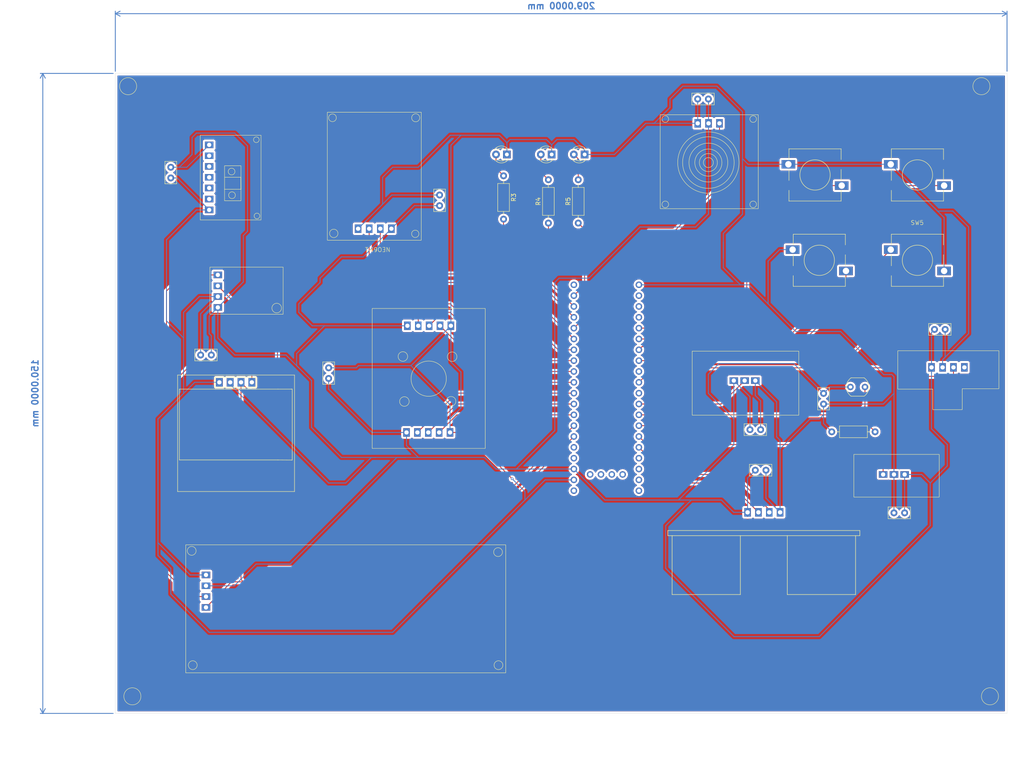
<source format=kicad_pcb>
(kicad_pcb (version 20240108) (generator "pcbnew") (generator_version "8.0")
  (layers (0 "F.Cu" signal) (31 "B.Cu" signal) (34 "B.Paste" user) (35 "F.Paste" user) (36 "B.SilkS" user "B.Silkscreen") (37 "F.SilkS" user "F.Silkscreen") (38 "B.Mask" user) (39 "F.Mask" user) (44 "Edge.Cuts" user))
  (net 0 "")
  (net 1 "Net-(BMP1-vcc)")
  (net 2 "Net-(BMP1-gnd)")
  (net 3 "Net-(BMP1-SCL)")
  (net 4 "Net-(BMP1-SDA)")
  (net 5 "Net-(D1-A)")
  (net 6 "Net-(D2-A)")
  (net 7 "Net-(R3-Pad2)")
  (net 8 "Net-(DHT1-Data)")
  (net 9 "Net-(MQ1-d0)")
  (net 10 "Net-(NEO6M1-RX)")
  (net 11 "Net-(NEO6M1-TX)")
  (net 12 "Net-(R1-Pad1)")
  (net 13 "Net-(SW1-d0)")
  (net 14 "Net-(SW2-Pad2)")
  (net 15 "Net-(SW3-Pad2)")
  (net 16 "Net-(SW4-Pad2)")
  (net 17 "Net-(TCS1-LED)")
  (net 18 "Net-(TCS1-S2)")
  (net 19 "Net-(TCS1-S3)")
  (net 20 "Net-(TCS1-S0)")
  (net 21 "Net-(TCS1-OUT)")
  (net 22 "Net-(TCS1-S1)")
  (net 23 "Net-(TTP1-Data)")
  (net 28 "Net-(R4-Pad1)")
  (net 31 "Net-(Ultrasonic1-echo)")
  (net 37 "Net-(Ultrasonic1-trig)")
  (net 38 "Net-(R5-Pad1)")
  (net 39 "Net-(SW5-Pad1)")
  (net 40 "Net-(D3-A)")
  (footprint "Resistor_THT:R_Axial_DIN0207_L6.3mm_D2.5mm_P10.16mm_Horizontal" (layer "F.Cu") (at 163.5 65.08 90)
    (property "Reference" "R4")
    (property "Value" "230")
  )
  (footprint "Capacitor_THT:C_Disc_D5.0mm_W2.5mm_P2.50mm" (layer "F.Cu") (at 228 105 -90)
    (property "Reference" "C3" (hide yes))
    (property "Value" "0.1u" (hide yes))
  )
  (footprint "Sensor_footprints:TCS3200" (layer "F.Cu") (at 135.5 101.5 180)
    (property "Reference" "TCS1" (hide yes))
    (property "Value" "~" (hide yes))
  )
  (footprint "Resistor_THT:R_Axial_DIN0207_L6.3mm_D2.5mm_P10.16mm_Horizontal" (layer "F.Cu") (at 170.5 65.08 90)
    (property "Reference" "R5")
    (property "Value" "230")
  )
  (footprint "Sensor_footprints:TTP223" (layer "F.Cu") (at 201 51)
    (property "Reference" "TTP1" (hide yes))
    (property "Value" "~" (hide yes))
  )
  (footprint "Capacitor_THT:C_Disc_D5.0mm_W2.5mm_P2.50mm" (layer "F.Cu") (at 84.5 96 180)
    (property "Reference" "C12" (hide yes))
    (property "Value" "0.1u" (hide yes))
  )
  (footprint "Capacitor_THT:C_Disc_D5.0mm_W2.5mm_P2.50mm" (layer "F.Cu") (at 212 123)
    (property "Reference" "C2" (hide yes))
    (property "Value" "0.1u" (hide yes))
  )
  (footprint "Capacitor_THT:C_Disc_D5.0mm_W2.5mm_P2.50mm" (layer "F.Cu") (at 112 101.5 90)
    (property "Reference" "C8" (hide yes))
    (property "Value" "0.1u" (hide yes))
  )
  (footprint "Sensor_footprints:Neo-6M" (layer "F.Cu") (at 124 52 180)
    (property "Reference" "NEO6M1")
    (property "Value" "~" (hide yes))
  )
  (footprint "Sensor_footprints:SW420" (layer "F.Cu") (at 244.5 124)
    (property "Reference" "SW1" (hide yes))
    (property "Value" "~" (hide yes))
  )
  (footprint "Capacitor_THT:C_Disc_D5.0mm_W2.5mm_P2.50mm" (layer "F.Cu") (at 247 133 180)
    (property "Reference" "C1" (hide yes))
    (property "Value" "0.1u" (hide yes))
  )
  (footprint "Resistor_THT:R_Axial_DIN0207_L6.3mm_D2.5mm_P10.16mm_Horizontal" (layer "F.Cu") (at 240.08 114 180)
    (property "Reference" "R1" (hide yes))
    (property "Value" "230" (hide yes))
  )
  (footprint "OptoDevice:R_LDR_5.1x4.3mm_P3.4mm_Vertical" (layer "F.Cu") (at 234.3 103.5)
    (property "Reference" "R2" (hide yes))
    (property "Value" "LDR07" (hide yes))
  )
  (footprint "Sensor_footprints:DHT11" (layer "F.Cu") (at 209.5 102)
    (property "Reference" "DHT1" (hide yes))
    (property "Value" "~" (hide yes))
  )
  (footprint "LED_THT:LED_D3.0mm" (layer "F.Cu") (at 164.27 49 180)
    (property "Reference" "D2" (hide yes))
    (property "Value" "LED" (hide yes))
  )
  (footprint "Sensor_footprints:Switch" (layer "F.Cu") (at 250 54)
    (property "Reference" "SW3" (hide yes))
    (property "Value" "SW_Push" (hide yes))
  )
  (footprint "Sensor_footprints:Switch" (layer "F.Cu") (at 250 74)
    (property "Reference" "SW5")
    (property "Value" "SW_Push")
  )
  (footprint "Sensor_footprints:HC-SR04" (layer "F.Cu") (at 214 132.875)
    (property "Reference" "Ultrasonic1" (hide yes))
    (property "Value" "~" (hide yes))
  )
  (footprint "Sensor_footprints:LCD_I2C" (layer "F.Cu") (at 149.1 171.3)
    (property "Reference" "LCD1" (hide yes))
    (property "Value" "~" (hide yes))
  )
  (footprint "Sensor_footprints:Switch" (layer "F.Cu") (at 226 54)
    (property "Reference" "SW2" (hide yes))
    (property "Value" "SW_Push" (hide yes))
  )
  (footprint "Sensor_footprints:Switch" (layer "F.Cu") (at 227 74)
    (property "Reference" "SW4" (hide yes))
    (property "Value" "SW_Push" (hide yes))
  )
  (footprint "Capacitor_THT:C_Disc_D5.0mm_W2.5mm_P2.50mm" (layer "F.Cu") (at 210.75 113.5)
    (property "Reference" "C4" (hide yes))
    (property "Value" "0.1u" (hide yes))
  )
  (footprint "LED_THT:LED_D3.0mm" (layer "F.Cu") (at 153.77 49 180)
    (property "Reference" "D1" (hide yes))
    (property "Value" "LED" (hide yes))
  )
  (footprint "Capacitor_THT:C_Disc_D5.0mm_W2.5mm_P2.50mm" (layer "F.Cu") (at 254 90)
    (property "Reference" "C5" (hide yes))
    (property "Value" "0.1u" (hide yes))
  )
  (footprint "Capacitor_THT:C_Disc_D5.0mm_W2.5mm_P2.50mm" (layer "F.Cu") (at 138 61 90)
    (property "Reference" "C6" (hide yes))
    (property "Value" "0.1u" (hide yes))
  )
  (footprint "LED_THT:LED_D3.0mm" (layer "F.Cu") (at 172 49 180)
    (property "Reference" "D3" (hide yes))
    (property "Value" "LED" (hide yes))
  )
  (footprint "Sensor_footprints:MAX30100" (layer "F.Cu") (at 89 55 90)
    (property "Reference" "MAX1" (hide yes))
    (property "Value" "~" (hide yes))
  )
  (footprint "Capacitor_THT:C_Disc_D5.0mm_W2.5mm_P2.50mm" (layer "F.Cu") (at 201 36 180)
    (property "Reference" "C7" (hide yes))
    (property "Value" "0.1u" (hide yes))
  )
  (footprint "Resistor_THT:R_Axial_DIN0207_L6.3mm_D2.5mm_P10.16mm_Horizontal" (layer "F.Cu") (at 153 54 -90)
    (property "Reference" "R3")
    (property "Value" "230")
  )
  (footprint "Capacitor_THT:C_Disc_D5.0mm_W2.5mm_P2.50mm" (layer "F.Cu") (at 75 52 -90)
    (property "Reference" "C11" (hide yes))
    (property "Value" "0.1u" (hide yes))
  )
  (footprint "Sensor_footprints:MQ2" (layer "F.Cu") (at 257.3 99.2)
    (property "Reference" "MQ1" (hide yes))
    (property "Value" "~" (hide yes))
  )
  (footprint "Sensor_footprints:BMP180" (layer "F.Cu") (at 93 81 90)
    (property "Reference" "BMP1" (hide yes))
    (property "Value" "~" (hide yes))
  )
  (footprint "Sensor_footprints:128x64OLED" (layer "F.Cu") (at 90 113)
    (property "Reference" "OLED1" (hide yes))
    (property "Value" "~" (hide yes))
  )
  (footprint "BLuepill_footp:blue_pill" (layer "F.Cu") (at 179 100.5)
    (property "Reference" "U1" (hide yes))
    (property "Value" "BP" (hide yes))
  )
  (gr_circle (center 65 33) (end 67 33) (stroke (width 0.1)) (fill none) (layer "F.SilkS"))
  (gr_circle (center 66 176) (end 68 176) (stroke (width 0.1)) (fill none) (layer "F.SilkS"))
  (gr_circle (center 267 176) (end 269 176) (stroke (width 0.1)) (fill none) (layer "F.SilkS"))
  (gr_circle (center 265 33) (end 267 33) (stroke (width 0.1)) (fill none) (layer "F.SilkS"))
  (gr_rect (start 62 30) (end 271 180) (stroke (width 0.05)) (fill none) (layer "Edge.Cuts"))
  (dimension (type aligned) (layer "B.Cu") (pts (xy 62 180) (xy 62 30)) (height -17) (gr_text "150.0000 mm" (at 43.2 105 90) (layer "B.Cu") (effects (font (size 1.5 1.5) (thickness 0.3)) (justify mirror))) (format (prefix "") (suffix "") (units 3) (units_format 1) (precision 4)) (style (thickness 0.2) (arrow_length 1.27) (text_position_mode 0) (extension_height 0.58642) (extension_offset 0.5) keep_text_aligned))
  (dimension (type aligned) (layer "B.Cu") (pts (xy 62 30) (xy 271 30)) (height -14) (gr_text "209.0000 mm" (at 166.5 14.2 0) (layer "B.Cu") (effects (font (size 1.5 1.5) (thickness 0.3)) (justify mirror))) (format (prefix "") (suffix "") (units 3) (units_format 1) (precision 4)) (style (thickness 0.2) (arrow_length 1.27) (text_position_mode 0) (extension_height 0.58642) (extension_offset 0.5) keep_text_aligned))
  (segment (start 229.5 103.5) (end 228 105) (width 0.2) (layer "B.Cu") (net 1))
  (segment (start 185 66) (end 198 66) (width 0.2) (layer "B.Cu") (net 1))
  (segment (start 148.5 120) (end 133 120) (width 0.2) (layer "B.Cu") (net 1))
  (segment (start 165 79) (end 166 78) (width 0.2) (layer "B.Cu") (net 1))
  (segment (start 210.19 132.875) (end 210.19 124.81) (width 0.2) (layer "B.Cu") (net 1))
  (segment (start 257 117) (end 257 122) (width 0.2) (layer "B.Cu") (net 1))
  (segment (start 228 105) (end 221 98) (width 0.2) (layer "B.Cu") (net 1))
  (segment (start 108.15 89.15) (end 105 86) (width 0.2) (layer "B.Cu") (net 1))
  (segment (start 253 126) (end 253 136) (width 0.2) (layer "B.Cu") (net 1))
  (segment (start 112 126) (end 116 126) (width 0.2) (layer "B.Cu") (net 1))
  (segment (start 191 136) (end 197 130) (width 0.2) (layer "B.Cu") (net 1))
  (segment (start 221 98) (end 203.5 98) (width 0.2) (layer "B.Cu") (net 1))
  (segment (start 251 124) (end 253 126) (width 0.2) (layer "B.Cu") (net 1))
  (segment (start 105 99) (end 104.5 98.5) (width 0.2) (layer "B.Cu") (net 1))
  (segment (start 210.75 113.5) (end 210.75 105.79) (width 0.2) (layer "B.Cu") (net 1))
  (segment (start 253.3 98.9) (end 253.3 113.3) (width 0.2) (layer "B.Cu") (net 1))
  (segment (start 93 47) (end 93 67) (width 0.2) (layer "B.Cu") (net 1))
  (segment (start 122.15 114.15) (end 130.25 114.15) (width 0.2) (layer "B.Cu") (net 1))
  (segment (start 234.3 103.5) (end 229.5 103.5) (width 0.2) (layer "B.Cu") (net 1))
  (segment (start 130.45 89.15) (end 111 89.15) (width 0.2) (layer "B.Cu") (net 1))
  (segment (start 80 45) (end 81 44) (width 0.2) (layer "B.Cu") (net 1))
  (segment (start 191 146) (end 191 136) (width 0.2) (layer "B.Cu") (net 1))
  (segment (start 207 162) (end 191 146) (width 0.2) (layer "B.Cu") (net 1))
  (segment (start 92 78.875) (end 86.025 84.85) (width 0.2) (layer "B.Cu") (net 1))
  (segment (start 169.475 122.725) (end 176.75 130) (width 0.2) (layer "B.Cu") (net 1))
  (segment (start 128 120) (end 103 145) (width 0.2) (layer "B.Cu") (net 1))
  (segment (start 133 120) (end 131.5 118.5) (width 0.2) (layer "B.Cu") (net 1))
  (segment (start 206.96 111) (end 206.96 117.04) (width 0.2) (layer "B.Cu") (net 1))
  (segment (start 104.5 98.5) (end 104.5 95.65) (width 0.2) (layer "B.Cu") (net 1))
  (segment (start 126.7 66.4) (end 120.1 73) (width 0.2) (layer "B.Cu") (net 1))
  (segment (start 77 52) (end 80 49) (width 0.2) (layer "B.Cu") (net 1))
  (segment (start 86.025 84.85) (end 86.025 92.025) (width 0.2) (layer "B.Cu") (net 1))
  (segment (start 253.3 98.9) (end 253.3 90.7) (width 0.2) (layer "B.Cu") (net 1))
  (segment (start 102 96) (end 105 99) (width 0.2) (layer "B.Cu") (net 1))
  (segment (start 151.225 122.725) (end 154 122.725) (width 0.2) (layer "B.Cu") (net 1))
  (segment (start 86.025 84.85) (end 84 86.875) (width 0.2) (layer "B.Cu") (net 1))
  (segment (start 86.025 92.025) (end 90 96) (width 0.2) (layer "B.Cu") (net 1))
  (segment (start 105 84) (end 110 79) (width 0.2) (layer "B.Cu") (net 1))
  (segment (start 253.3 90.7) (end 254 90) (width 0.2) (layer "B.Cu") (net 1))
  (segment (start 253 126) (end 257 122) (width 0.2) (layer "B.Cu") (net 1))
  (segment (start 247 124) (end 251 124) (width 0.2) (layer "B.Cu") (net 1))
  (segment (start 206.96 102) (end 206.96 111) (width 0.2) (layer "B.Cu") (net 1))
  (segment (start 198 66) (end 201.04 62.96) (width 0.2) (layer "B.Cu") (net 1))
  (segment (start 88.92 102.92) (end 112 126) (width 0.2) (layer "B.Cu") (net 1))
  (segment (start 123 120) (end 130 120) (width 0.2) (layer "B.Cu") (net 1))
  (segment (start 84.5 91.5) (end 84.5 96) (width 0.2) (layer "B.Cu") (net 1))
  (segment (start 104.5 95.65) (end 111 89.15) (width 0.2) (layer "B.Cu") (net 1))
  (segment (start 75 52) (end 77 52) (width 0.2) (layer "B.Cu") (net 1))
  (segment (start 111 89.15) (end 108.15 89.15) (width 0.2) (layer "B.Cu") (net 1))
  (segment (start 103 145) (end 95 145) (width 0.2) (layer "B.Cu") (net 1))
  (segment (start 130 120) (end 133 120) (width 0.2) (layer "B.Cu") (net 1))
  (segment (start 90 44) (end 93 47) (width 0.2) (layer "B.Cu") (net 1))
  (segment (start 89.91 150.09) (end 83.25 150.09) (width 0.2) (layer "B.Cu") (net 1))
  (segment (start 105 99) (end 108 102) (width 0.2) (layer "B.Cu") (net 1))
  (segment (start 206.94 132.875) (end 210.19 132.875) (width 0.2) (layer "B.Cu") (net 1))
  (segment (start 201 100.5) (end 201 105) (width 0.2) (layer "B.Cu") (net 1))
  (segment (start 173 78) (end 185 66) (width 0.2) (layer "B.Cu") (net 1))
  (segment (start 156 122.725) (end 165 113.725) (width 0.2) (layer "B.Cu") (net 1))
  (segment (start 210.19 124.81) (end 212 123) (width 0.2) (layer "B.Cu") (net 1))
  (segment (start 116 126) (end 122 120) (width 0.2) (layer "B.Cu") (net 1))
  (segment (start 90 96) (end 102 96) (width 0.2) (layer "B.Cu") (net 1))
  (segment (start 81 44) (end 90 44) (width 0.2) (layer "B.Cu") (net 1))
  (segment (start 206.96 117.04) (end 194 130) (width 0.2) (layer "B.Cu") (net 1))
  (segment (start 92 68) (end 92 78.875) (width 0.2) (layer "B.Cu") (net 1))
  (segment (start 206.96 110.96) (end 206.96 111) (width 0.2) (layer "B.Cu") (net 1))
  (segment (start 156 122.725) (end 169.475 122.725) (width 0.2) (layer "B.Cu") (net 1))
  (segment (start 201 105) (end 206.96 110.96) (width 0.2) (layer "B.Cu") (net 1))
  (segment (start 201.04 41.7) (end 201.04 36.04) (width 0.2) (layer "B.Cu") (net 1))
  (segment (start 151.225 122.725) (end 148.5 120) (width 0.2) (layer "B.Cu") (net 1))
  (segment (start 108 113) (end 115 120) (width 0.2) (layer "B.Cu") (net 1))
  (segment (start 253.3 113.3) (end 257 117) (width 0.2) (layer "B.Cu") (net 1))
  (segment (start 78.75 52) (end 84 46.75) (width 0.2) (layer "B.Cu") (net 1))
  (segment (start 77 52) (end 78.75 52) (width 0.2) (layer "B.Cu") (net 1))
  (segment (start 166 78) (end 173 78) (width 0.2) (layer "B.Cu") (net 1))
  (segment (start 204.065 130) (end 206.94 132.875) (width 0.2) (layer "B.Cu") (net 1))
  (segment (start 93 67) (end 92 68) (width 0.2) (layer "B.Cu") (net 1))
  (segment (start 84 91) (end 84.5 91.5) (width 0.2) (layer "B.Cu") (net 1))
  (segment (start 105 86) (end 105 84) (width 0.2) (layer "B.Cu") (net 1))
  (segment (start 247 124) (end 247 133) (width 0.2) (layer "B.Cu") (net 1))
  (segment (start 154 122.725) (end 156 122.725) (width 0.2) (layer "B.Cu") (net 1))
  (segment (start 112 101.5) (end 112 104) (width 0.2) (layer "B.Cu") (net 1))
  (segment (start 210.75 105.79) (end 206.96 102) (width 0.2) (layer "B.Cu") (net 1))
  (segment (start 84 86.875) (end 84 91) (width 0.2) (layer "B.Cu") (net 1))
  (segment (start 210.19 132.875) (end 210.19 133.875) (width 0.2) (layer "B.Cu") (net 1))
  (segment (start 201.04 36.04) (end 201 36) (width 0.2) (layer "B.Cu") (net 1))
  (segment (start 253 136) (end 227 162) (width 0.2) (layer "B.Cu") (net 1))
  (segment (start 115 73) (end 110 78) (width 0.2) (layer "B.Cu") (net 1))
  (segment (start 110 79) (end 110 78) (width 0.2) (layer "B.Cu") (net 1))
  (segment (start 130 120) (end 128 120) (width 0.2) (layer "B.Cu") (net 1))
  (segment (start 120.1 73) (end 115 73) (width 0.2) (layer "B.Cu") (net 1))
  (segment (start 132.1 61) (end 126.7 66.4) (width 0.2) (layer "B.Cu") (net 1))
  (segment (start 138 61) (end 132.1 61) (width 0.2) (layer "B.Cu") (net 1))
  (segment (start 130.25 117.25) (end 130.25 114.15) (width 0.2) (layer "B.Cu") (net 1))
  (segment (start 176.75 130) (end 194 130) (width 0.2) (layer "B.Cu") (net 1))
  (segment (start 227 162) (end 207 162) (width 0.2) (layer "B.Cu") (net 1))
  (segment (start 115 120) (end 123 120) (width 0.2) (layer "B.Cu") (net 1))
  (segment (start 203.5 98) (end 201 100.5) (width 0.2) (layer "B.Cu") (net 1))
  (segment (start 80 49) (end 80 45) (width 0.2) (layer "B.Cu") (net 1))
  (segment (start 194 130) (end 204.065 130) (width 0.2) (layer "B.Cu") (net 1))
  (segment (start 165 113.725) (end 165 79) (width 0.2) (layer "B.Cu") (net 1))
  (segment (start 130.45 113.95) (end 130.25 114.15) (width 0.2) (layer "B.Cu") (net 1))
  (segment (start 122 120) (end 123 120) (width 0.2) (layer "B.Cu") (net 1))
  (segment (start 108 102) (end 108 113) (width 0.2) (layer "B.Cu") (net 1))
  (segment (start 131.5 118.5) (end 130.25 117.25) (width 0.2) (layer "B.Cu") (net 1))
  (segment (start 112 104) (end 122.15 114.15) (width 0.2) (layer "B.Cu") (net 1))
  (segment (start 201.04 62.96) (end 201.04 41.7) (width 0.2) (layer "B.Cu") (net 1))
  (segment (start 95 145) (end 89.91 150.09) (width 0.2) (layer "B.Cu") (net 1))
  (segment (start 88.92 102.4) (end 88.92 102.92) (width 0.2) (layer "B.Cu") (net 1))
  (segment (start 140.45 114.15) (end 144.15 114.15) (width 0.2) (layer "F.Cu") (net 2))
  (segment (start 144.15 114.15) (end 155 125) (width 0.2) (layer "F.Cu") (net 2))
  (via (at 155 125) (size 0.6) (drill 0.3) (layers "F.Cu" "B.Cu") (net 2))
  (segment (start 244.5 105) (end 244.5 101.1) (width 0.2) (layer "B.Cu") (net 2))
  (segment (start 232 90.5) (end 238.75 97.25) (width 0.2) (layer "B.Cu") (net 2))
  (segment (start 169.475 125.265) (end 162.735 125.265) (width 0.2) (layer "B.Cu") (net 2))
  (segment (start 165.5 45.5) (end 169.5 45.5) (width 0.2) (layer "B.Cu") (net 2))
  (segment (start 158 130) (end 158 128) (width 0.2) (layer "B.Cu") (net 2))
  (segment (start 172 48) (end 172 49) (width 0.2) (layer "B.Cu") (net 2))
  (segment (start 204.5 73.3) (end 204.5 67.5) (width 0.2) (layer "B.Cu") (net 2))
  (segment (start 217 115.19) (end 217.81 116) (width 0.2) (layer "B.Cu") (net 2))
  (segment (start 118.9 66.4) (end 124.65 60.65) (width 0.2) (layer "B.Cu") (net 2))
  (segment (start 133 52) (end 127 52) (width 0.2) (layer "B.Cu") (net 2))
  (segment (start 179 49) (end 186.3 41.7) (width 0.2) (layer "B.Cu") (net 2))
  (segment (start 256.5 96.5) (end 256 97) (width 0.2) (layer "B.Cu") (net 2))
  (segment (start 140.45 111) (end 140.45 107.65) (width 0.2) (layer "B.Cu") (net 2))
  (segment (start 215 84) (end 221.5 90.5) (width 0.2) (layer "B.Cu") (net 2))
  (segment (start 256 97) (end 262 91) (width 0.2) (layer "B.Cu") (net 2))
  (segment (start 215 84) (end 215 74) (width 0.2) (layer "B.Cu") (net 2))
  (segment (start 209 63) (end 204.5 67.5) (width 0.2) (layer "B.Cu") (net 2))
  (segment (start 217.7 71.3) (end 220.75 71.3) (width 0.2) (layer "B.Cu") (net 2))
  (segment (start 126.8 58.5) (end 138 58.5) (width 0.2) (layer "B.Cu") (net 2))
  (segment (start 242.1 100.6) (end 243.5 100.6) (width 0.2) (layer "B.Cu") (net 2))
  (segment (start 224.81 111) (end 227 111) (width 0.2) (layer "B.Cu") (net 2))
  (segment (start 244 100.6) (end 243.5 100.6) (width 0.2) (layer "B.Cu") (net 2))
  (segment (start 192 36) (end 192 38) (width 0.2) (layer "B.Cu") (net 2))
  (segment (start 131.3 98.5) (end 140.65 89.15) (width 0.2) (layer "B.Cu") (net 2))
  (segment (start 127 161) (end 84 161) (width 0.2) (layer "B.Cu") (net 2))
  (segment (start 209 50) (end 209 63) (width 0.2) (layer "B.Cu") (net 2))
  (segment (start 228 112.08) (end 229.92 114) (width 0.2) (layer "B.Cu") (net 2))
  (segment (start 192 38) (end 188.3 41.7) (width 0.2) (layer "B.Cu") (net 2))
  (segment (start 256.25 63.8) (end 254.725 62.275) (width 0.2) (layer "B.Cu") (net 2))
  (segment (start 78 86) (end 81.7 82.3) (width 0.2) (layer "B.Cu") (net 2))
  (segment (start 140.65 89.15) (end 140.65 46.85) (width 0.2) (layer "B.Cu") (net 2))
  (segment (start 186.3 41.7) (end 188 41.7) (width 0.2) (layer "B.Cu") (net 2))
  (segment (start 172 49) (end 179 49) (width 0.2) (layer "B.Cu") (net 2))
  (segment (start 228 110) (end 228 112.08) (width 0.2) (layer "B.Cu") (net 2))
  (segment (start 119 98.5) (end 131.3 98.5) (width 0.2) (layer "B.Cu") (net 2))
  (segment (start 228 107.5) (end 228 110) (width 0.2) (layer "B.Cu") (net 2))
  (segment (start 140.45 114.15) (end 140.45 111) (width 0.2) (layer "B.Cu") (net 2))
  (segment (start 75 146) (end 72 143) (width 0.2) (layer "B.Cu") (net 2))
  (segment (start 75 152) (end 75 146) (width 0.2) (layer "B.Cu") (net 2))
  (segment (start 140.45 107.65) (end 131.3 98.5) (width 0.2) (layer "B.Cu") (net 2))
  (segment (start 78 105) (end 78 92) (width 0.2) (layer "B.Cu") (net 2))
  (segment (start 195 33) (end 192 36) (width 0.2) (layer "B.Cu") (net 2))
  (segment (start 228 107.5) (end 242 107.5) (width 0.2) (layer "B.Cu") (net 2))
  (segment (start 152.04 44.5) (end 153.77 46.23) (width 0.2) (layer "B.Cu") (net 2))
  (segment (start 188.3 41.7) (end 188 41.7) (width 0.2) (layer "B.Cu") (net 2))
  (segment (start 164.27 46.73) (end 165.5 45.5) (width 0.2) (layer "B.Cu") (net 2))
  (segment (start 204.5 75.545) (end 208.5 79.545) (width 0.2) (layer "B.Cu") (net 2))
  (segment (start 163.04 45.5) (end 164.27 46.73) (width 0.2) (layer "B.Cu") (net 2))
  (segment (start 72 140) (end 72 111) (width 0.2) (layer "B.Cu") (net 2))
  (segment (start 188 41.7) (end 198.5 41.7) (width 0.2) (layer "B.Cu") (net 2))
  (segment (start 79.55 147.55) (end 72 140) (width 0.2) (layer "B.Cu") (net 2))
  (segment (start 140.5 44.5) (end 133 52) (width 0.2) (layer "B.Cu") (net 2))
  (segment (start 244.5 133) (end 244.5 124) (width 0.2) (layer "B.Cu") (net 2))
  (segment (start 217.81 118) (end 224.81 111) (width 0.2) (layer "B.Cu") (net 2))
  (segment (start 198.5 36) (end 198.5 41.7) (width 0.2) (layer "B.Cu") (net 2))
  (segment (start 143 100) (end 143 108.45) (width 0.2) (layer "B.Cu") (net 2))
  (segment (start 255.9 98.9) (end 255.9 97.1) (width 0.2) (layer "B.Cu") (net 2))
  (segment (start 243.4 100.6) (end 243.5 100.6) (width 0.2) (layer "B.Cu") (net 2))
  (segment (start 258.275 62.275) (end 254.725 62.275) (width 0.2) (layer "B.Cu") (net 2))
  (segment (start 84 161) (end 75 152) (width 0.2) (layer "B.Cu") (net 2))
  (segment (start 140.65 89.15) (end 140.65 97.65) (width 0.2) (layer "B.Cu") (net 2))
  (segment (start 164.27 49) (end 164.27 46.73) (width 0.2) (layer "B.Cu") (net 2))
  (segment (start 254.725 62.275) (end 243.75 51.3) (width 0.2) (layer "B.Cu") (net 2))
  (segment (start 143 44.5) (end 152.04 44.5) (width 0.2) (layer "B.Cu") (net 2))
  (segment (start 209 50) (end 209 39) (width 0.2) (layer "B.Cu") (net 2))
  (segment (start 219.75 51.3) (end 210.3 51.3) (width 0.2) (layer "B.Cu") (net 2))
  (segment (start 212 105.5) (end 212 102) (width 0.2) (layer "B.Cu") (net 2))
  (segment (start 124.65 60.65) (end 126.8 58.5) (width 0.2) (layer "B.Cu") (net 2))
  (segment (start 72 111) (end 78 105) (width 0.2) (layer "B.Cu") (net 2))
  (segment (start 81.7 82.3) (end 86.025 82.3) (width 0.2) (layer "B.Cu") (net 2))
  (segment (start 217.81 132.875) (end 217.81 118) (width 0.2) (layer "B.Cu") (net 2))
  (segment (start 140.65 46.85) (end 143 44.5) (width 0.2) (layer "B.Cu") (net 2))
  (segment (start 72 143) (end 72 140) (width 0.2) (layer "B.Cu") (net 2))
  (segment (start 209 39) (end 203 33) (width 0.2) (layer "B.Cu") (net 2))
  (segment (start 184.715 79.545) (end 208.5 79.545) (width 0.2) (layer "B.Cu") (net 2))
  (segment (start 214.5 129.565) (end 217.81 132.875) (width 0.2) (layer "B.Cu") (net 2))
  (segment (start 80.6 102.4) (end 86.38 102.4) (width 0.2) (layer "B.Cu") (net 2))
  (segment (start 74 69) (end 74 88) (width 0.2) (layer "B.Cu") (net 2))
  (segment (start 81 62) (end 74 69) (width 0.2) (layer "B.Cu") (net 2))
  (segment (start 143 108.45) (end 140.45 111) (width 0.2) (layer "B.Cu") (net 2))
  (segment (start 169.5 45.5) (end 172 48) (width 0.2) (layer "B.Cu") (net 2))
  (segment (start 244.5 124) (end 244.5 105) (width 0.2) (layer "B.Cu") (net 2))
  (segment (start 213.25 113.5) (end 213.25 106.75) (width 0.2) (layer "B.Cu") (net 2))
  (segment (start 210.545 79.545) (end 215 84) (width 0.2) (layer "B.Cu") (net 2))
  (segment (start 74 88) (end 78 92) (width 0.2) (layer "B.Cu") (net 2))
  (segment (start 118.5 99) (end 112 99) (width 0.2) (layer "B.Cu") (net 2))
  (segment (start 204.5 69.5) (end 204.5 73.3) (width 0.2) (layer "B.Cu") (net 2))
  (segment (start 213.25 106.75) (end 212 105.5) (width 0.2) (layer "B.Cu") (net 2))
  (segment (start 221.5 90.5) (end 232 90.5) (width 0.2) (layer "B.Cu") (net 2))
  (segment (start 162.735 125.265) (end 158 130) (width 0.2) (layer "B.Cu") (net 2))
  (segment (start 210.3 51.3) (end 209 50) (width 0.2) (layer "B.Cu") (net 2))
  (segment (start 215 74) (end 217.7 71.3) (width 0.2) (layer "B.Cu") (net 2))
  (segment (start 78 105) (end 80.6 102.4) (width 0.2) (layer "B.Cu") (net 2))
  (segment (start 238.75 97.25) (end 242.1 100.6) (width 0.2) (layer "B.Cu") (net 2))
  (segment (start 84 62) (end 81 62) (width 0.2) (layer "B.Cu") (net 2))
  (segment (start 82 96) (end 82 86.325) (width 0.2) (layer "B.Cu") (net 2))
  (segment (start 262 91) (end 262 66) (width 0.2) (layer "B.Cu") (net 2))
  (segment (start 119 98.5) (end 118.5 99) (width 0.2) (layer "B.Cu") (net 2))
  (segment (start 83.25 147.55) (end 79.55 147.55) (width 0.2) (layer "B.Cu") (net 2))
  (segment (start 140.65 97.65) (end 143 100) (width 0.2) (layer "B.Cu") (net 2))
  (segment (start 153.77 49) (end 153.77 46.23) (width 0.2) (layer "B.Cu") (net 2))
  (segment (start 76.5 54.5) (end 84 62) (width 0.2) (layer "B.Cu") (net 2))
  (segment (start 217.81 118) (end 217.81 116) (width 0.2) (layer "B.Cu") (net 2))
  (segment (start 262 66) (end 258.275 62.275) (width 0.2) (layer "B.Cu") (net 2))
  (segment (start 204.5 73.3) (end 204.5 75.545) (width 0.2) (layer "B.Cu") (net 2))
  (segment (start 140.5 44.5) (end 143 44.5) (width 0.2) (layer "B.Cu") (net 2))
  (segment (start 256.5 90) (end 256.5 96.5) (width 0.2) (layer "B.Cu") (net 2))
  (segment (start 214.5 123) (end 214.5 129.565) (width 0.2) (layer "B.Cu") (net 2))
  (segment (start 158 128) (end 155 125) (width 0.2) (layer "B.Cu") (net 2))
  (segment (start 217 107) (end 217 115.19) (width 0.2) (layer "B.Cu") (net 2))
  (segment (start 158 130) (end 127 161) (width 0.2) (layer "B.Cu") (net 2))
  (segment (start 124.65 54.35) (end 124.65 60.65) (width 0.2) (layer "B.Cu") (net 2))
  (segment (start 154.5 45.5) (end 163.04 45.5) (width 0.2) (layer "B.Cu") (net 2))
  (segment (start 78 92) (end 78 86) (width 0.2) (layer "B.Cu") (net 2))
  (segment (start 127 52) (end 124.65 54.35) (width 0.2) (layer "B.Cu") (net 2))
  (segment (start 208.5 79.545) (end 210.545 79.545) (width 0.2) (layer "B.Cu") (net 2))
  (segment (start 256.25 76.3) (end 256.25 63.8) (width 0.2) (layer "B.Cu") (net 2))
  (segment (start 255.9 97.1) (end 256 97) (width 0.2) (layer "B.Cu") (net 2))
  (segment (start 75 54.5) (end 76.5 54.5) (width 0.2) (layer "B.Cu") (net 2))
  (segment (start 153.77 46.23) (end 154.5 45.5) (width 0.2) (layer "B.Cu") (net 2))
  (segment (start 244.5 101.1) (end 244 100.6) (width 0.2) (layer "B.Cu") (net 2))
  (segment (start 203 33) (end 195 33) (width 0.2) (layer "B.Cu") (net 2))
  (segment (start 82 86.325) (end 86.025 82.3) (width 0.2) (layer "B.Cu") (net 2))
  (segment (start 227 111) (end 228 110) (width 0.2) (layer "B.Cu") (net 2))
  (segment (start 243.75 51.3) (end 219.75 51.3) (width 0.2) (layer "B.Cu") (net 2))
  (segment (start 242 107.5) (end 244.5 105) (width 0.2) (layer "B.Cu") (net 2))
  (segment (start 212 102) (end 217 107) (width 0.2) (layer "B.Cu") (net 2))
  (segment (start 91.46 102.4) (end 91.46 148.62) (width 0.2) (layer "F.Cu") (net 3))
  (segment (start 100 93.775) (end 86.025 79.8) (width 0.2) (layer "F.Cu") (net 3))
  (segment (start 105 146) (end 98 146) (width 0.2) (layer "F.Cu") (net 3))
  (segment (start 99 106) (end 100 105) (width 0.2) (layer "F.Cu") (net 3))
  (segment (start 83.25 155.16) (end 89.25 149.16) (width 0.2) (layer "F.Cu") (net 3))
  (segment (start 98 146) (end 94.84 149.16) (width 0.2) (layer "F.Cu") (net 3))
  (segment (start 92 149.16) (end 90 149.16) (width 0.2) (layer "F.Cu") (net 3))
  (segment (start 91.46 102.46) (end 95 106) (width 0.2) (layer "F.Cu") (net 3))
  (segment (start 123 128) (end 105 146) (width 0.2) (layer "F.Cu") (net 3))
  (segment (start 91.46 102.4) (end 91.46 102.46) (width 0.2) (layer "F.Cu") (net 3))
  (segment (start 100 105) (end 100 93.775) (width 0.2) (layer "F.Cu") (net 3))
  (segment (start 94.84 149.16) (end 92 149.16) (width 0.2) (layer "F.Cu") (net 3))
  (segment (start 95 106) (end 99 106) (width 0.2) (layer "F.Cu") (net 3))
  (segment (start 91.46 148.62) (end 92 149.16) (width 0.2) (layer "F.Cu") (net 3))
  (segment (start 169.475 112.565) (end 154.04 128) (width 0.2) (layer "F.Cu") (net 3))
  (segment (start 154.04 128) (end 123 128) (width 0.2) (layer "F.Cu") (net 3))
  (segment (start 89.25 149.16) (end 90 149.16) (width 0.2) (layer "F.Cu") (net 3))
  (segment (start 125.58 159) (end 84 159) (width 0.2) (layer "F.Cu") (net 4))
  (segment (start 77.77 77.23) (end 74 81) (width 0.2) (layer "F.Cu") (net 4))
  (segment (start 77.62 152.62) (end 77 152) (width 0.2) (layer "F.Cu") (net 4))
  (segment (start 77 152) (end 76 151) (width 0.2) (layer "F.Cu") (net 4))
  (segment (start 94 100) (end 93 99) (width 0.2) (layer "F.Cu") (net 4))
  (segment (start 69 142) (end 76 149) (width 0.2) (layer "F.Cu") (net 4))
  (segment (start 79 99) (end 74 104) (width 0.2) (layer "F.Cu") (net 4))
  (segment (start 74 81) (end 74 104) (width 0.2) (layer "F.Cu") (net 4))
  (segment (start 84 159) (end 77 152) (width 0.2) (layer "F.Cu") (net 4))
  (segment (start 74 104) (end 69 109) (width 0.2) (layer "F.Cu") (net 4))
  (segment (start 76 151) (end 76 149) (width 0.2) (layer "F.Cu") (net 4))
  (segment (start 94 102.4) (end 94 100) (width 0.2) (layer "F.Cu") (net 4))
  (segment (start 86.025 77.23) (end 77.77 77.23) (width 0.2) (layer "F.Cu") (net 4))
  (segment (start 93 99) (end 79 99) (width 0.2) (layer "F.Cu") (net 4))
  (segment (start 83.25 152.62) (end 77.62 152.62) (width 0.2) (layer "F.Cu") (net 4))
  (segment (start 69 109) (end 69 142) (width 0.2) (layer "F.Cu") (net 4))
  (segment (start 169.475 115.105) (end 125.58 159) (width 0.2) (layer "F.Cu") (net 4))
  (segment (start 151.23 52.23) (end 153 54) (width 0.2) (layer "F.Cu") (net 5))
  (segment (start 151.23 49) (end 151.23 52.23) (width 0.2) (layer "F.Cu") (net 5))
  (segment (start 161.73 49) (end 161.73 53.15) (width 0.2) (layer "F.Cu") (net 6))
  (segment (start 161.73 53.15) (end 163.5 54.92) (width 0.2) (layer "F.Cu") (net 6))
  (segment (start 153 64.16) (end 153 69) (width 0.2) (layer "F.Cu") (net 7))
  (segment (start 161.5 79.19) (end 169.475 87.165) (width 0.2) (layer "F.Cu") (net 7))
  (segment (start 161.5 77.5) (end 161.5 79.19) (width 0.2) (layer "F.Cu") (net 7))
  (segment (start 153 69) (end 161.5 77.5) (width 0.2) (layer "F.Cu") (net 7))
  (segment (start 204.015 107.485) (end 184.715 107.485) (width 0.2) (layer "F.Cu") (net 8))
  (segment (start 209.5 102) (end 204.015 107.485) (width 0.2) (layer "F.Cu") (net 8))
  (segment (start 258.44 100.56) (end 258 101) (width 0.2) (layer "F.Cu") (net 9))
  (segment (start 248 101) (end 246 99) (width 0.2) (layer "F.Cu") (net 9))
  (segment (start 188.12 99) (end 184.715 102.405) (width 0.2) (layer "F.Cu") (net 9))
  (segment (start 246 99) (end 188.12 99) (width 0.2) (layer "F.Cu") (net 9))
  (segment (start 258.44 98.9) (end 258.44 100.56) (width 0.2) (layer "F.Cu") (net 9))
  (segment (start 258 101) (end 248 101) (width 0.2) (layer "F.Cu") (net 9))
  (segment (start 154.23 77) (end 169.475 92.245) (width 0.2) (layer "F.Cu") (net 10))
  (segment (start 125.2 77) (end 124.1 75.9) (width 0.2) (layer "F.Cu") (net 10))
  (segment (start 124.1 75.9) (end 124.1 66.4) (width 0.2) (layer "F.Cu") (net 10))
  (segment (start 125.2 77) (end 154.23 77) (width 0.2) (layer "F.Cu") (net 10))
  (segment (start 121.5 75.5) (end 121.5 66.4) (width 0.2) (layer "F.Cu") (net 11))
  (segment (start 165.785 94.785) (end 169.475 94.785) (width 0.2) (layer "F.Cu") (net 11))
  (segment (start 125 79) (end 150 79) (width 0.2) (layer "F.Cu") (net 11))
  (segment (start 150 79) (end 165.785 94.785) (width 0.2) (layer "F.Cu") (net 11))
  (segment (start 125 79) (end 121.5 75.5) (width 0.2) (layer "F.Cu") (net 11))
  (segment (start 237.7 108) (end 235.675 110.025) (width 0.2) (layer "F.Cu") (net 12))
  (segment (start 237.7 111.62) (end 240.08 114) (width 0.2) (layer "F.Cu") (net 12))
  (segment (start 237.7 103.5) (end 237.7 108) (width 0.2) (layer "F.Cu") (net 12))
  (segment (start 237.7 108) (end 237.7 111.62) (width 0.2) (layer "F.Cu") (net 12))
  (segment (start 235.675 110.025) (end 184.715 110.025) (width 0.2) (layer "F.Cu") (net 12))
  (segment (start 237 117) (end 241.96 121.96) (width 0.2) (layer "F.Cu") (net 13))
  (segment (start 204.5 117) (end 237 117) (width 0.2) (layer "F.Cu") (net 13))
  (segment (start 200.065 112.565) (end 204.5 117) (width 0.2) (layer "F.Cu") (net 13))
  (segment (start 184.715 112.565) (end 200.065 112.565) (width 0.2) (layer "F.Cu") (net 13))
  (segment (start 241.96 121.96) (end 241.96 124) (width 0.2) (layer "F.Cu") (net 13))
  (segment (start 205.295 89.705) (end 210 85) (width 0.2) (layer "F.Cu") (net 14))
  (segment (start 184.715 89.705) (end 205.295 89.705) (width 0.2) (layer "F.Cu") (net 14))
  (segment (start 223.7 56.3) (end 232.25 56.3) (width 0.2) (layer "F.Cu") (net 14))
  (segment (start 210 70) (end 223.7 56.3) (width 0.2) (layer "F.Cu") (net 14))
  (segment (start 210 85) (end 210 70) (width 0.2) (layer "F.Cu") (net 14))
  (segment (start 219.255 92.245) (end 226 85.5) (width 0.2) (layer "F.Cu") (net 15))
  (segment (start 226 85.5) (end 226 74) (width 0.2) (layer "F.Cu") (net 15))
  (segment (start 184.715 92.245) (end 219.255 92.245) (width 0.2) (layer "F.Cu") (net 15))
  (segment (start 226 74) (end 243.7 56.3) (width 0.2) (layer "F.Cu") (net 15))
  (segment (start 243.7 56.3) (end 256.25 56.3) (width 0.2) (layer "F.Cu") (net 15))
  (segment (start 222 94) (end 233.25 82.75) (width 0.2) (layer "F.Cu") (net 16))
  (segment (start 185.5 94) (end 222 94) (width 0.2) (layer "F.Cu") (net 16))
  (segment (start 233.25 82.75) (end 233.25 76.3) (width 0.2) (layer "F.Cu") (net 16))
  (segment (start 184.715 94.785) (end 185.5 94) (width 0.2) (layer "F.Cu") (net 16))
  (segment (start 151.355 102.405) (end 169.475 102.405) (width 0.2) (layer "F.Cu") (net 17))
  (segment (start 138.1 89.15) (end 151.355 102.405) (width 0.2) (layer "F.Cu") (net 17))
  (segment (start 142.015 107.485) (end 169.475 107.485) (width 0.2) (layer "F.Cu") (net 18))
  (segment (start 135.35 114.15) (end 142.015 107.485) (width 0.2) (layer "F.Cu") (net 18))
  (segment (start 142.005 104.945) (end 169.475 104.945) (width 0.2) (layer "F.Cu") (net 19))
  (segment (start 132.8 114.15) (end 142.005 104.945) (width 0.2) (layer "F.Cu") (net 19))
  (segment (start 169.475 99.865) (end 151.865 99.865) (width 0.2) (layer "F.Cu") (net 20))
  (segment (start 143 88.5) (end 140.5 86) (width 0.2) (layer "F.Cu") (net 20))
  (segment (start 138.7 86) (end 135.55 89.15) (width 0.2) (layer "F.Cu") (net 20))
  (segment (start 151.865 99.865) (end 143 91) (width 0.2) (layer "F.Cu") (net 20))
  (segment (start 143 91) (end 143 88.5) (width 0.2) (layer "F.Cu") (net 20))
  (segment (start 140.5 86) (end 138.7 86) (width 0.2) (layer "F.Cu") (net 20))
  (segment (start 142.025 110.025) (end 169.475 110.025) (width 0.2) (layer "F.Cu") (net 21))
  (segment (start 137.9 114.15) (end 142.025 110.025) (width 0.2) (layer "F.Cu") (net 21))
  (segment (start 153.825 97.325) (end 169.475 97.325) (width 0.2) (layer "F.Cu") (net 22))
  (segment (start 133 87) (end 136 84) (width 0.2) (layer "F.Cu") (net 22))
  (segment (start 140.5 84) (end 153.825 97.325) (width 0.2) (layer "F.Cu") (net 22))
  (segment (start 133 89.15) (end 133 87) (width 0.2) (layer "F.Cu") (net 22))
  (segment (start 136 84) (end 140.5 84) (width 0.2) (layer "F.Cu") (net 22))
  (segment (start 193 67) (end 187 67) (width 0.2) (layer "F.Cu") (net 23))
  (segment (start 175 84.18) (end 169.475 89.705) (width 0.2) (layer "F.Cu") (net 23))
  (segment (start 203.6 41.7) (end 203.6 56.4) (width 0.2) (layer "F.Cu") (net 23))
  (segment (start 203.6 56.4) (end 193 67) (width 0.2) (layer "F.Cu") (net 23))
  (segment (start 175 79) (end 175 84.18) (width 0.2) (layer "F.Cu") (net 23))
  (segment (start 187 67) (end 175 79) (width 0.2) (layer "F.Cu") (net 23))
  (segment (start 163.5 65.08) (end 163.5 78.65) (width 0.2) (layer "F.Cu") (net 28))
  (segment (start 163.5 78.65) (end 169.475 84.625) (width 0.2) (layer "F.Cu") (net 28))
  (segment (start 193.61 124) (end 207 124) (width 0.2) (layer "F.Cu") (net 31))
  (segment (start 184.715 115.105) (end 193.61 124) (width 0.2) (layer "F.Cu") (net 31))
  (segment (start 207 124) (end 215.27 132.27) (width 0.2) (layer "F.Cu") (net 31))
  (segment (start 215.27 132.27) (end 215.27 132.875) (width 0.2) (layer "F.Cu") (net 31))
  (segment (start 212.73 132.875) (end 205.855 126) (width 0.2) (layer "F.Cu") (net 37))
  (segment (start 193.07 126) (end 184.715 117.645) (width 0.2) (layer "F.Cu") (net 37))
  (segment (start 205.855 126) (end 193.07 126) (width 0.2) (layer "F.Cu") (net 37))
  (segment (start 170.5 65.08) (end 172 66.58) (width 0.2) (layer "F.Cu") (net 38))
  (segment (start 172 79.56) (end 169.475 82.085) (width 0.2) (layer "F.Cu") (net 38))
  (segment (start 172 66.58) (end 172 79.56) (width 0.2) (layer "F.Cu") (net 38))
  (segment (start 239.25 91.25) (end 239.25 75.8) (width 0.2) (layer "F.Cu") (net 39))
  (segment (start 233.175 97.325) (end 239.25 91.25) (width 0.2) (layer "F.Cu") (net 39))
  (segment (start 239.25 75.8) (end 243.75 71.3) (width 0.2) (layer "F.Cu") (net 39))
  (segment (start 184.715 97.325) (end 233.175 97.325) (width 0.2) (layer "F.Cu") (net 39))
  (segment (start 170.5 50.04) (end 169.46 49) (width 0.2) (layer "F.Cu") (net 40))
  (segment (start 170.5 54.92) (end 170.5 50.04) (width 0.2) (layer "F.Cu") (net 40))
  (zone (net 0) (net_name "") (layers "F&B.Cu") (connect_pads (clearance 0.5)) (min_thickness 0.25) (fill yes (thermal_gap 0.5) (thermal_bridge_width 0.5) (island_removal_mode 1) (island_area_min 10))
    (polygon (pts (xy 275 26) (xy 275 193) (xy 51 193) (xy 51 26)))
  )
)
</source>
